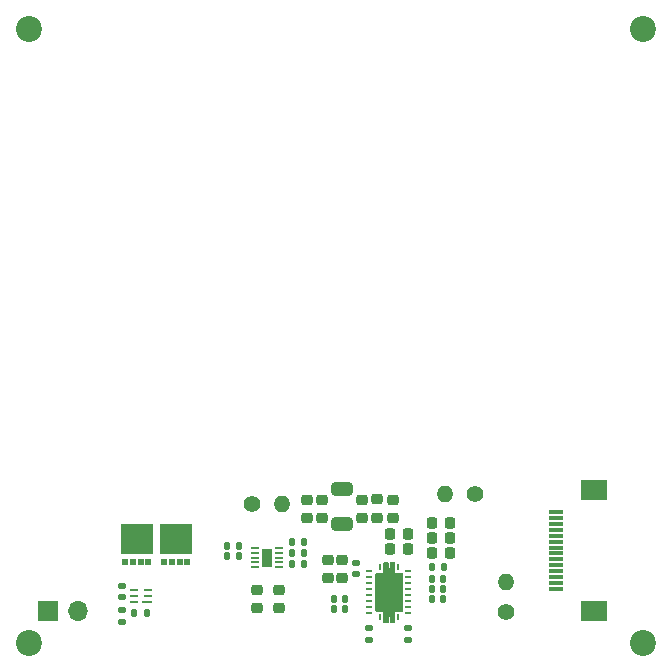
<source format=gbr>
G04 #@! TF.GenerationSoftware,KiCad,Pcbnew,(6.0.0)*
G04 #@! TF.CreationDate,2022-03-25T20:35:40+08:00*
G04 #@! TF.ProjectId,WirelessPower,57697265-6c65-4737-9350-6f7765722e6b,rev?*
G04 #@! TF.SameCoordinates,Original*
G04 #@! TF.FileFunction,Soldermask,Top*
G04 #@! TF.FilePolarity,Negative*
%FSLAX46Y46*%
G04 Gerber Fmt 4.6, Leading zero omitted, Abs format (unit mm)*
G04 Created by KiCad (PCBNEW (6.0.0)) date 2022-03-25 20:35:40*
%MOMM*%
%LPD*%
G01*
G04 APERTURE LIST*
G04 Aperture macros list*
%AMRoundRect*
0 Rectangle with rounded corners*
0 $1 Rounding radius*
0 $2 $3 $4 $5 $6 $7 $8 $9 X,Y pos of 4 corners*
0 Add a 4 corners polygon primitive as box body*
4,1,4,$2,$3,$4,$5,$6,$7,$8,$9,$2,$3,0*
0 Add four circle primitives for the rounded corners*
1,1,$1+$1,$2,$3*
1,1,$1+$1,$4,$5*
1,1,$1+$1,$6,$7*
1,1,$1+$1,$8,$9*
0 Add four rect primitives between the rounded corners*
20,1,$1+$1,$2,$3,$4,$5,0*
20,1,$1+$1,$4,$5,$6,$7,0*
20,1,$1+$1,$6,$7,$8,$9,0*
20,1,$1+$1,$8,$9,$2,$3,0*%
G04 Aperture macros list end*
%ADD10C,0.010000*%
%ADD11R,2.200000X1.800000*%
%ADD12R,1.300000X0.300000*%
%ADD13RoundRect,0.140000X0.170000X-0.140000X0.170000X0.140000X-0.170000X0.140000X-0.170000X-0.140000X0*%
%ADD14RoundRect,0.135000X-0.135000X-0.185000X0.135000X-0.185000X0.135000X0.185000X-0.135000X0.185000X0*%
%ADD15RoundRect,0.135000X0.185000X-0.135000X0.185000X0.135000X-0.185000X0.135000X-0.185000X-0.135000X0*%
%ADD16R,0.850000X0.280000*%
%ADD17R,0.750000X0.280000*%
%ADD18R,0.500000X0.630000*%
%ADD19R,0.760000X0.220000*%
%ADD20R,0.900000X1.500000*%
%ADD21C,2.200000*%
%ADD22R,1.700000X1.700000*%
%ADD23O,1.700000X1.700000*%
%ADD24RoundRect,0.249999X-0.650001X0.325001X-0.650001X-0.325001X0.650001X-0.325001X0.650001X0.325001X0*%
%ADD25RoundRect,0.225000X-0.225000X-0.250000X0.225000X-0.250000X0.225000X0.250000X-0.225000X0.250000X0*%
%ADD26RoundRect,0.140000X-0.140000X-0.170000X0.140000X-0.170000X0.140000X0.170000X-0.140000X0.170000X0*%
%ADD27RoundRect,0.140000X-0.170000X0.140000X-0.170000X-0.140000X0.170000X-0.140000X0.170000X0.140000X0*%
%ADD28RoundRect,0.225000X0.225000X0.250000X-0.225000X0.250000X-0.225000X-0.250000X0.225000X-0.250000X0*%
%ADD29RoundRect,0.225000X0.250000X-0.225000X0.250000X0.225000X-0.250000X0.225000X-0.250000X-0.225000X0*%
%ADD30RoundRect,0.225000X-0.250000X0.225000X-0.250000X-0.225000X0.250000X-0.225000X0.250000X0.225000X0*%
%ADD31C,1.400000*%
%ADD32O,1.400000X1.400000*%
%ADD33RoundRect,0.135000X-0.185000X0.135000X-0.185000X-0.135000X0.185000X-0.135000X0.185000X0.135000X0*%
%ADD34RoundRect,0.135000X0.135000X0.185000X-0.135000X0.185000X-0.135000X-0.185000X0.135000X-0.185000X0*%
%ADD35R,0.240000X0.600000*%
%ADD36R,0.600000X0.240000*%
%ADD37R,0.780000X0.405000*%
%ADD38R,0.210000X0.545000*%
%ADD39R,0.214996X0.550000*%
%ADD40R,2.050000X3.050000*%
%ADD41R,0.210000X0.550000*%
G04 APERTURE END LIST*
D10*
G04 #@! TO.C,U3*
X144715000Y-116189999D02*
X144715000Y-113679999D01*
X144715000Y-113679999D02*
X147365000Y-113679999D01*
X147365000Y-113679999D02*
X147365000Y-116189999D01*
X147365000Y-116189999D02*
X144715000Y-116189999D01*
G36*
X147365000Y-116189999D02*
G01*
X144715000Y-116189999D01*
X144715000Y-113679999D01*
X147365000Y-113679999D01*
X147365000Y-116189999D01*
G37*
X147365000Y-116189999D02*
X144715000Y-116189999D01*
X144715000Y-113679999D01*
X147365000Y-113679999D01*
X147365000Y-116189999D01*
G04 #@! TO.C,U4*
X141405000Y-116190000D02*
X141405000Y-113680000D01*
X141405000Y-113680000D02*
X144055000Y-113680000D01*
X144055000Y-113680000D02*
X144055000Y-116190000D01*
X144055000Y-116190000D02*
X141405000Y-116190000D01*
G36*
X144055000Y-116190000D02*
G01*
X141405000Y-116190000D01*
X141405000Y-113680000D01*
X144055000Y-113680000D01*
X144055000Y-116190000D01*
G37*
X144055000Y-116190000D02*
X141405000Y-116190000D01*
X141405000Y-113680000D01*
X144055000Y-113680000D01*
X144055000Y-116190000D01*
G04 #@! TO.C,U2*
X163593000Y-117853000D02*
X163593000Y-117080000D01*
X163593000Y-117080000D02*
X163593208Y-117072045D01*
X163593208Y-117072045D02*
X163593833Y-117064112D01*
X163593833Y-117064112D02*
X163594871Y-117056222D01*
X163594871Y-117056222D02*
X163596322Y-117048397D01*
X163596322Y-117048397D02*
X163598179Y-117040660D01*
X163598179Y-117040660D02*
X163600439Y-117033029D01*
X163600439Y-117033029D02*
X163603096Y-117025528D01*
X163603096Y-117025528D02*
X163606141Y-117018176D01*
X163606141Y-117018176D02*
X163609567Y-117010993D01*
X163609567Y-117010993D02*
X163613364Y-117004000D01*
X163613364Y-117004000D02*
X163617522Y-116997215D01*
X163617522Y-116997215D02*
X163622029Y-116990657D01*
X163622029Y-116990657D02*
X163626874Y-116984343D01*
X163626874Y-116984343D02*
X163632042Y-116978292D01*
X163632042Y-116978292D02*
X163637520Y-116972520D01*
X163637520Y-116972520D02*
X163643292Y-116967042D01*
X163643292Y-116967042D02*
X163649343Y-116961874D01*
X163649343Y-116961874D02*
X163655657Y-116957029D01*
X163655657Y-116957029D02*
X163662215Y-116952522D01*
X163662215Y-116952522D02*
X163669000Y-116948364D01*
X163669000Y-116948364D02*
X163675993Y-116944567D01*
X163675993Y-116944567D02*
X163683176Y-116941141D01*
X163683176Y-116941141D02*
X163690528Y-116938096D01*
X163690528Y-116938096D02*
X163698029Y-116935439D01*
X163698029Y-116935439D02*
X163705660Y-116933179D01*
X163705660Y-116933179D02*
X163713397Y-116931322D01*
X163713397Y-116931322D02*
X163721222Y-116929871D01*
X163721222Y-116929871D02*
X163729112Y-116928833D01*
X163729112Y-116928833D02*
X163737045Y-116928208D01*
X163737045Y-116928208D02*
X163745000Y-116928000D01*
X163745000Y-116928000D02*
X163845000Y-116928000D01*
X163845000Y-116928000D02*
X163852955Y-116928208D01*
X163852955Y-116928208D02*
X163860888Y-116928833D01*
X163860888Y-116928833D02*
X163868778Y-116929871D01*
X163868778Y-116929871D02*
X163876603Y-116931322D01*
X163876603Y-116931322D02*
X163884340Y-116933179D01*
X163884340Y-116933179D02*
X163891971Y-116935439D01*
X163891971Y-116935439D02*
X163899472Y-116938096D01*
X163899472Y-116938096D02*
X163906824Y-116941141D01*
X163906824Y-116941141D02*
X163914007Y-116944567D01*
X163914007Y-116944567D02*
X163921000Y-116948364D01*
X163921000Y-116948364D02*
X163927785Y-116952522D01*
X163927785Y-116952522D02*
X163934343Y-116957029D01*
X163934343Y-116957029D02*
X163940657Y-116961874D01*
X163940657Y-116961874D02*
X163946708Y-116967042D01*
X163946708Y-116967042D02*
X163952480Y-116972520D01*
X163952480Y-116972520D02*
X163957958Y-116978292D01*
X163957958Y-116978292D02*
X163963126Y-116984343D01*
X163963126Y-116984343D02*
X163967971Y-116990657D01*
X163967971Y-116990657D02*
X163972478Y-116997215D01*
X163972478Y-116997215D02*
X163976636Y-117004000D01*
X163976636Y-117004000D02*
X163980433Y-117010993D01*
X163980433Y-117010993D02*
X163983859Y-117018176D01*
X163983859Y-117018176D02*
X163986904Y-117025528D01*
X163986904Y-117025528D02*
X163989561Y-117033029D01*
X163989561Y-117033029D02*
X163991821Y-117040660D01*
X163991821Y-117040660D02*
X163993678Y-117048397D01*
X163993678Y-117048397D02*
X163995129Y-117056222D01*
X163995129Y-117056222D02*
X163996167Y-117064112D01*
X163996167Y-117064112D02*
X163996792Y-117072045D01*
X163996792Y-117072045D02*
X163997000Y-117080000D01*
X163997000Y-117080000D02*
X163997000Y-117453000D01*
X163997000Y-117453000D02*
X164142000Y-117453000D01*
X164142000Y-117453000D02*
X164143000Y-117453000D01*
X164143000Y-117453000D02*
X164143000Y-117078000D01*
X164143000Y-117078000D02*
X164143206Y-117070150D01*
X164143206Y-117070150D02*
X164143822Y-117062321D01*
X164143822Y-117062321D02*
X164144847Y-117054535D01*
X164144847Y-117054535D02*
X164146278Y-117046813D01*
X164146278Y-117046813D02*
X164148111Y-117039177D01*
X164148111Y-117039177D02*
X164150342Y-117031647D01*
X164150342Y-117031647D02*
X164152963Y-117024245D01*
X164152963Y-117024245D02*
X164155968Y-117016990D01*
X164155968Y-117016990D02*
X164159349Y-117009901D01*
X164159349Y-117009901D02*
X164163096Y-117003000D01*
X164163096Y-117003000D02*
X164167199Y-116996304D01*
X164167199Y-116996304D02*
X164171647Y-116989832D01*
X164171647Y-116989832D02*
X164176428Y-116983602D01*
X164176428Y-116983602D02*
X164181528Y-116977630D01*
X164181528Y-116977630D02*
X164186934Y-116971934D01*
X164186934Y-116971934D02*
X164192630Y-116966528D01*
X164192630Y-116966528D02*
X164198602Y-116961428D01*
X164198602Y-116961428D02*
X164204832Y-116956647D01*
X164204832Y-116956647D02*
X164211304Y-116952199D01*
X164211304Y-116952199D02*
X164218000Y-116948096D01*
X164218000Y-116948096D02*
X164224901Y-116944349D01*
X164224901Y-116944349D02*
X164231990Y-116940968D01*
X164231990Y-116940968D02*
X164239245Y-116937963D01*
X164239245Y-116937963D02*
X164246647Y-116935342D01*
X164246647Y-116935342D02*
X164254177Y-116933111D01*
X164254177Y-116933111D02*
X164261813Y-116931278D01*
X164261813Y-116931278D02*
X164269535Y-116929847D01*
X164269535Y-116929847D02*
X164277321Y-116928822D01*
X164277321Y-116928822D02*
X164285150Y-116928206D01*
X164285150Y-116928206D02*
X164293000Y-116928000D01*
X164293000Y-116928000D02*
X164396000Y-116928000D01*
X164396000Y-116928000D02*
X164403903Y-116928207D01*
X164403903Y-116928207D02*
X164411784Y-116928827D01*
X164411784Y-116928827D02*
X164419622Y-116929859D01*
X164419622Y-116929859D02*
X164427395Y-116931300D01*
X164427395Y-116931300D02*
X164435082Y-116933145D01*
X164435082Y-116933145D02*
X164442662Y-116935390D01*
X164442662Y-116935390D02*
X164450114Y-116938029D01*
X164450114Y-116938029D02*
X164457417Y-116941055D01*
X164457417Y-116941055D02*
X164464553Y-116944458D01*
X164464553Y-116944458D02*
X164471500Y-116948230D01*
X164471500Y-116948230D02*
X164478240Y-116952361D01*
X164478240Y-116952361D02*
X164484756Y-116956838D01*
X164484756Y-116956838D02*
X164491027Y-116961651D01*
X164491027Y-116961651D02*
X164497039Y-116966785D01*
X164497039Y-116966785D02*
X164502773Y-116972227D01*
X164502773Y-116972227D02*
X164508215Y-116977961D01*
X164508215Y-116977961D02*
X164513349Y-116983973D01*
X164513349Y-116983973D02*
X164518162Y-116990244D01*
X164518162Y-116990244D02*
X164522639Y-116996760D01*
X164522639Y-116996760D02*
X164526770Y-117003500D01*
X164526770Y-117003500D02*
X164530542Y-117010447D01*
X164530542Y-117010447D02*
X164533945Y-117017583D01*
X164533945Y-117017583D02*
X164536971Y-117024886D01*
X164536971Y-117024886D02*
X164539610Y-117032338D01*
X164539610Y-117032338D02*
X164541855Y-117039918D01*
X164541855Y-117039918D02*
X164543700Y-117047605D01*
X164543700Y-117047605D02*
X164545141Y-117055378D01*
X164545141Y-117055378D02*
X164546173Y-117063216D01*
X164546173Y-117063216D02*
X164546793Y-117071097D01*
X164546793Y-117071097D02*
X164547000Y-117079000D01*
X164547000Y-117079000D02*
X164547000Y-117853000D01*
X164547000Y-117853000D02*
X165045000Y-117853000D01*
X165045000Y-117853000D02*
X165052955Y-117853208D01*
X165052955Y-117853208D02*
X165060888Y-117853833D01*
X165060888Y-117853833D02*
X165068778Y-117854871D01*
X165068778Y-117854871D02*
X165076603Y-117856322D01*
X165076603Y-117856322D02*
X165084340Y-117858179D01*
X165084340Y-117858179D02*
X165091971Y-117860439D01*
X165091971Y-117860439D02*
X165099472Y-117863096D01*
X165099472Y-117863096D02*
X165106824Y-117866141D01*
X165106824Y-117866141D02*
X165114007Y-117869567D01*
X165114007Y-117869567D02*
X165121000Y-117873364D01*
X165121000Y-117873364D02*
X165127785Y-117877522D01*
X165127785Y-117877522D02*
X165134343Y-117882029D01*
X165134343Y-117882029D02*
X165140657Y-117886874D01*
X165140657Y-117886874D02*
X165146708Y-117892042D01*
X165146708Y-117892042D02*
X165152480Y-117897520D01*
X165152480Y-117897520D02*
X165157958Y-117903292D01*
X165157958Y-117903292D02*
X165163126Y-117909343D01*
X165163126Y-117909343D02*
X165167971Y-117915657D01*
X165167971Y-117915657D02*
X165172478Y-117922215D01*
X165172478Y-117922215D02*
X165176636Y-117929000D01*
X165176636Y-117929000D02*
X165180433Y-117935993D01*
X165180433Y-117935993D02*
X165183859Y-117943176D01*
X165183859Y-117943176D02*
X165186904Y-117950528D01*
X165186904Y-117950528D02*
X165189561Y-117958029D01*
X165189561Y-117958029D02*
X165191821Y-117965660D01*
X165191821Y-117965660D02*
X165193678Y-117973397D01*
X165193678Y-117973397D02*
X165195129Y-117981222D01*
X165195129Y-117981222D02*
X165196167Y-117989112D01*
X165196167Y-117989112D02*
X165196792Y-117997045D01*
X165196792Y-117997045D02*
X165197000Y-118005000D01*
X165197000Y-118005000D02*
X165197000Y-120956000D01*
X165197000Y-120956000D02*
X165196794Y-120963850D01*
X165196794Y-120963850D02*
X165196178Y-120971679D01*
X165196178Y-120971679D02*
X165195153Y-120979465D01*
X165195153Y-120979465D02*
X165193722Y-120987187D01*
X165193722Y-120987187D02*
X165191889Y-120994823D01*
X165191889Y-120994823D02*
X165189658Y-121002353D01*
X165189658Y-121002353D02*
X165187037Y-121009755D01*
X165187037Y-121009755D02*
X165184032Y-121017010D01*
X165184032Y-121017010D02*
X165180651Y-121024099D01*
X165180651Y-121024099D02*
X165176904Y-121031000D01*
X165176904Y-121031000D02*
X165172801Y-121037696D01*
X165172801Y-121037696D02*
X165168353Y-121044168D01*
X165168353Y-121044168D02*
X165163572Y-121050398D01*
X165163572Y-121050398D02*
X165158472Y-121056370D01*
X165158472Y-121056370D02*
X165153066Y-121062066D01*
X165153066Y-121062066D02*
X165147370Y-121067472D01*
X165147370Y-121067472D02*
X165141398Y-121072572D01*
X165141398Y-121072572D02*
X165135168Y-121077353D01*
X165135168Y-121077353D02*
X165128696Y-121081801D01*
X165128696Y-121081801D02*
X165122000Y-121085904D01*
X165122000Y-121085904D02*
X165115099Y-121089651D01*
X165115099Y-121089651D02*
X165108010Y-121093032D01*
X165108010Y-121093032D02*
X165100755Y-121096037D01*
X165100755Y-121096037D02*
X165093353Y-121098658D01*
X165093353Y-121098658D02*
X165085823Y-121100889D01*
X165085823Y-121100889D02*
X165078187Y-121102722D01*
X165078187Y-121102722D02*
X165070465Y-121104153D01*
X165070465Y-121104153D02*
X165062679Y-121105178D01*
X165062679Y-121105178D02*
X165054850Y-121105794D01*
X165054850Y-121105794D02*
X165047000Y-121106000D01*
X165047000Y-121106000D02*
X164548000Y-121106000D01*
X164548000Y-121106000D02*
X164547948Y-121106001D01*
X164547948Y-121106001D02*
X164547895Y-121106005D01*
X164547895Y-121106005D02*
X164547844Y-121106012D01*
X164547844Y-121106012D02*
X164547792Y-121106022D01*
X164547792Y-121106022D02*
X164547741Y-121106034D01*
X164547741Y-121106034D02*
X164547691Y-121106049D01*
X164547691Y-121106049D02*
X164547642Y-121106066D01*
X164547642Y-121106066D02*
X164547593Y-121106086D01*
X164547593Y-121106086D02*
X164547546Y-121106109D01*
X164547546Y-121106109D02*
X164547500Y-121106134D01*
X164547500Y-121106134D02*
X164547455Y-121106161D01*
X164547455Y-121106161D02*
X164547412Y-121106191D01*
X164547412Y-121106191D02*
X164547371Y-121106223D01*
X164547371Y-121106223D02*
X164547331Y-121106257D01*
X164547331Y-121106257D02*
X164547293Y-121106293D01*
X164547293Y-121106293D02*
X164547257Y-121106331D01*
X164547257Y-121106331D02*
X164547223Y-121106371D01*
X164547223Y-121106371D02*
X164547191Y-121106412D01*
X164547191Y-121106412D02*
X164547161Y-121106455D01*
X164547161Y-121106455D02*
X164547134Y-121106500D01*
X164547134Y-121106500D02*
X164547109Y-121106546D01*
X164547109Y-121106546D02*
X164547086Y-121106593D01*
X164547086Y-121106593D02*
X164547066Y-121106642D01*
X164547066Y-121106642D02*
X164547049Y-121106691D01*
X164547049Y-121106691D02*
X164547034Y-121106741D01*
X164547034Y-121106741D02*
X164547022Y-121106792D01*
X164547022Y-121106792D02*
X164547012Y-121106844D01*
X164547012Y-121106844D02*
X164547005Y-121106895D01*
X164547005Y-121106895D02*
X164547001Y-121106948D01*
X164547001Y-121106948D02*
X164547000Y-121107000D01*
X164547000Y-121107000D02*
X164547000Y-121881000D01*
X164547000Y-121881000D02*
X164546794Y-121888850D01*
X164546794Y-121888850D02*
X164546178Y-121896679D01*
X164546178Y-121896679D02*
X164545153Y-121904465D01*
X164545153Y-121904465D02*
X164543722Y-121912187D01*
X164543722Y-121912187D02*
X164541889Y-121919823D01*
X164541889Y-121919823D02*
X164539658Y-121927353D01*
X164539658Y-121927353D02*
X164537037Y-121934755D01*
X164537037Y-121934755D02*
X164534032Y-121942010D01*
X164534032Y-121942010D02*
X164530651Y-121949099D01*
X164530651Y-121949099D02*
X164526904Y-121956000D01*
X164526904Y-121956000D02*
X164522801Y-121962696D01*
X164522801Y-121962696D02*
X164518353Y-121969168D01*
X164518353Y-121969168D02*
X164513572Y-121975398D01*
X164513572Y-121975398D02*
X164508472Y-121981370D01*
X164508472Y-121981370D02*
X164503066Y-121987066D01*
X164503066Y-121987066D02*
X164497370Y-121992472D01*
X164497370Y-121992472D02*
X164491398Y-121997572D01*
X164491398Y-121997572D02*
X164485168Y-122002353D01*
X164485168Y-122002353D02*
X164478696Y-122006801D01*
X164478696Y-122006801D02*
X164472000Y-122010904D01*
X164472000Y-122010904D02*
X164465099Y-122014651D01*
X164465099Y-122014651D02*
X164458010Y-122018032D01*
X164458010Y-122018032D02*
X164450755Y-122021037D01*
X164450755Y-122021037D02*
X164443353Y-122023658D01*
X164443353Y-122023658D02*
X164435823Y-122025889D01*
X164435823Y-122025889D02*
X164428187Y-122027722D01*
X164428187Y-122027722D02*
X164420465Y-122029153D01*
X164420465Y-122029153D02*
X164412679Y-122030178D01*
X164412679Y-122030178D02*
X164404850Y-122030794D01*
X164404850Y-122030794D02*
X164397000Y-122031000D01*
X164397000Y-122031000D02*
X164292000Y-122031000D01*
X164292000Y-122031000D02*
X164284202Y-122030796D01*
X164284202Y-122030796D02*
X164276425Y-122030184D01*
X164276425Y-122030184D02*
X164268691Y-122029166D01*
X164268691Y-122029166D02*
X164261021Y-122027744D01*
X164261021Y-122027744D02*
X164253436Y-122025923D01*
X164253436Y-122025923D02*
X164245956Y-122023707D01*
X164245956Y-122023707D02*
X164238603Y-122021103D01*
X164238603Y-122021103D02*
X164231396Y-122018118D01*
X164231396Y-122018118D02*
X164224355Y-122014760D01*
X164224355Y-122014760D02*
X164217500Y-122011038D01*
X164217500Y-122011038D02*
X164210849Y-122006962D01*
X164210849Y-122006962D02*
X164204420Y-122002544D01*
X164204420Y-122002544D02*
X164198231Y-121997795D01*
X164198231Y-121997795D02*
X164192300Y-121992729D01*
X164192300Y-121992729D02*
X164186641Y-121987359D01*
X164186641Y-121987359D02*
X164181271Y-121981700D01*
X164181271Y-121981700D02*
X164176205Y-121975769D01*
X164176205Y-121975769D02*
X164171456Y-121969580D01*
X164171456Y-121969580D02*
X164167038Y-121963151D01*
X164167038Y-121963151D02*
X164162962Y-121956500D01*
X164162962Y-121956500D02*
X164159240Y-121949645D01*
X164159240Y-121949645D02*
X164155882Y-121942604D01*
X164155882Y-121942604D02*
X164152897Y-121935397D01*
X164152897Y-121935397D02*
X164150293Y-121928044D01*
X164150293Y-121928044D02*
X164148077Y-121920564D01*
X164148077Y-121920564D02*
X164146256Y-121912979D01*
X164146256Y-121912979D02*
X164144834Y-121905309D01*
X164144834Y-121905309D02*
X164143816Y-121897575D01*
X164143816Y-121897575D02*
X164143204Y-121889798D01*
X164143204Y-121889798D02*
X164143000Y-121882000D01*
X164143000Y-121882000D02*
X164143000Y-121507000D01*
X164143000Y-121507000D02*
X163998000Y-121507000D01*
X163998000Y-121507000D02*
X163997948Y-121507001D01*
X163997948Y-121507001D02*
X163997895Y-121507005D01*
X163997895Y-121507005D02*
X163997844Y-121507012D01*
X163997844Y-121507012D02*
X163997792Y-121507022D01*
X163997792Y-121507022D02*
X163997741Y-121507034D01*
X163997741Y-121507034D02*
X163997691Y-121507049D01*
X163997691Y-121507049D02*
X163997642Y-121507066D01*
X163997642Y-121507066D02*
X163997593Y-121507086D01*
X163997593Y-121507086D02*
X163997546Y-121507109D01*
X163997546Y-121507109D02*
X163997500Y-121507134D01*
X163997500Y-121507134D02*
X163997455Y-121507161D01*
X163997455Y-121507161D02*
X163997412Y-121507191D01*
X163997412Y-121507191D02*
X163997371Y-121507223D01*
X163997371Y-121507223D02*
X163997331Y-121507257D01*
X163997331Y-121507257D02*
X163997293Y-121507293D01*
X163997293Y-121507293D02*
X163997257Y-121507331D01*
X163997257Y-121507331D02*
X163997223Y-121507371D01*
X163997223Y-121507371D02*
X163997191Y-121507412D01*
X163997191Y-121507412D02*
X163997161Y-121507455D01*
X163997161Y-121507455D02*
X163997134Y-121507500D01*
X163997134Y-121507500D02*
X163997109Y-121507546D01*
X163997109Y-121507546D02*
X163997086Y-121507593D01*
X163997086Y-121507593D02*
X163997066Y-121507642D01*
X163997066Y-121507642D02*
X163997049Y-121507691D01*
X163997049Y-121507691D02*
X163997034Y-121507741D01*
X163997034Y-121507741D02*
X163997022Y-121507792D01*
X163997022Y-121507792D02*
X163997012Y-121507844D01*
X163997012Y-121507844D02*
X163997005Y-121507895D01*
X163997005Y-121507895D02*
X163997001Y-121507948D01*
X163997001Y-121507948D02*
X163997000Y-121508000D01*
X163997000Y-121508000D02*
X163997000Y-121881000D01*
X163997000Y-121881000D02*
X163996794Y-121888850D01*
X163996794Y-121888850D02*
X163996178Y-121896679D01*
X163996178Y-121896679D02*
X163995153Y-121904465D01*
X163995153Y-121904465D02*
X163993722Y-121912187D01*
X163993722Y-121912187D02*
X163991889Y-121919823D01*
X163991889Y-121919823D02*
X163989658Y-121927353D01*
X163989658Y-121927353D02*
X163987037Y-121934755D01*
X163987037Y-121934755D02*
X163984032Y-121942010D01*
X163984032Y-121942010D02*
X163980651Y-121949099D01*
X163980651Y-121949099D02*
X163976904Y-121956000D01*
X163976904Y-121956000D02*
X163972801Y-121962696D01*
X163972801Y-121962696D02*
X163968353Y-121969168D01*
X163968353Y-121969168D02*
X163963572Y-121975398D01*
X163963572Y-121975398D02*
X163958472Y-121981370D01*
X163958472Y-121981370D02*
X163953066Y-121987066D01*
X163953066Y-121987066D02*
X163947370Y-121992472D01*
X163947370Y-121992472D02*
X163941398Y-121997572D01*
X163941398Y-121997572D02*
X163935168Y-122002353D01*
X163935168Y-122002353D02*
X163928696Y-122006801D01*
X163928696Y-122006801D02*
X163922000Y-122010904D01*
X163922000Y-122010904D02*
X163915099Y-122014651D01*
X163915099Y-122014651D02*
X163908010Y-122018032D01*
X163908010Y-122018032D02*
X163900755Y-122021037D01*
X163900755Y-122021037D02*
X163893353Y-122023658D01*
X163893353Y-122023658D02*
X163885823Y-122025889D01*
X163885823Y-122025889D02*
X163878187Y-122027722D01*
X163878187Y-122027722D02*
X163870465Y-122029153D01*
X163870465Y-122029153D02*
X163862679Y-122030178D01*
X163862679Y-122030178D02*
X163854850Y-122030794D01*
X163854850Y-122030794D02*
X163847000Y-122031000D01*
X163847000Y-122031000D02*
X163741000Y-122031000D01*
X163741000Y-122031000D02*
X163733254Y-122030797D01*
X163733254Y-122030797D02*
X163725530Y-122030189D01*
X163725530Y-122030189D02*
X163717848Y-122029178D01*
X163717848Y-122029178D02*
X163710229Y-122027766D01*
X163710229Y-122027766D02*
X163702695Y-122025957D01*
X163702695Y-122025957D02*
X163695265Y-122023756D01*
X163695265Y-122023756D02*
X163687962Y-122021170D01*
X163687962Y-122021170D02*
X163680803Y-122018205D01*
X163680803Y-122018205D02*
X163673809Y-122014869D01*
X163673809Y-122014869D02*
X163667000Y-122011172D01*
X163667000Y-122011172D02*
X163660393Y-122007123D01*
X163660393Y-122007123D02*
X163654008Y-122002735D01*
X163654008Y-122002735D02*
X163647861Y-121998018D01*
X163647861Y-121998018D02*
X163641969Y-121992985D01*
X163641969Y-121992985D02*
X163636348Y-121987652D01*
X163636348Y-121987652D02*
X163631015Y-121982031D01*
X163631015Y-121982031D02*
X163625982Y-121976139D01*
X163625982Y-121976139D02*
X163621265Y-121969992D01*
X163621265Y-121969992D02*
X163616877Y-121963607D01*
X163616877Y-121963607D02*
X163612828Y-121957000D01*
X163612828Y-121957000D02*
X163609131Y-121950191D01*
X163609131Y-121950191D02*
X163605795Y-121943197D01*
X163605795Y-121943197D02*
X163602830Y-121936038D01*
X163602830Y-121936038D02*
X163600244Y-121928735D01*
X163600244Y-121928735D02*
X163598043Y-121921305D01*
X163598043Y-121921305D02*
X163596234Y-121913771D01*
X163596234Y-121913771D02*
X163594822Y-121906152D01*
X163594822Y-121906152D02*
X163593811Y-121898470D01*
X163593811Y-121898470D02*
X163593203Y-121890746D01*
X163593203Y-121890746D02*
X163593000Y-121883000D01*
X163593000Y-121883000D02*
X163593000Y-121107000D01*
X163593000Y-121107000D02*
X163095000Y-121107000D01*
X163095000Y-121107000D02*
X163087045Y-121106792D01*
X163087045Y-121106792D02*
X163079112Y-121106167D01*
X163079112Y-121106167D02*
X163071222Y-121105129D01*
X163071222Y-121105129D02*
X163063397Y-121103678D01*
X163063397Y-121103678D02*
X163055660Y-121101821D01*
X163055660Y-121101821D02*
X163048029Y-121099561D01*
X163048029Y-121099561D02*
X163040528Y-121096904D01*
X163040528Y-121096904D02*
X163033176Y-121093859D01*
X163033176Y-121093859D02*
X163025993Y-121090433D01*
X163025993Y-121090433D02*
X163019000Y-121086636D01*
X163019000Y-121086636D02*
X163012215Y-121082478D01*
X163012215Y-121082478D02*
X163005657Y-121077971D01*
X163005657Y-121077971D02*
X162999343Y-121073126D01*
X162999343Y-121073126D02*
X162993292Y-121067958D01*
X162993292Y-121067958D02*
X162987520Y-121062480D01*
X162987520Y-121062480D02*
X162982042Y-121056708D01*
X162982042Y-121056708D02*
X162976874Y-121050657D01*
X162976874Y-121050657D02*
X162972029Y-121044343D01*
X162972029Y-121044343D02*
X162967522Y-121037785D01*
X162967522Y-121037785D02*
X162963364Y-121031000D01*
X162963364Y-121031000D02*
X162959567Y-121024007D01*
X162959567Y-121024007D02*
X162956141Y-121016824D01*
X162956141Y-121016824D02*
X162953096Y-121009472D01*
X162953096Y-121009472D02*
X162950439Y-121001971D01*
X162950439Y-121001971D02*
X162948179Y-120994340D01*
X162948179Y-120994340D02*
X162946322Y-120986603D01*
X162946322Y-120986603D02*
X162944871Y-120978778D01*
X162944871Y-120978778D02*
X162943833Y-120970888D01*
X162943833Y-120970888D02*
X162943208Y-120962955D01*
X162943208Y-120962955D02*
X162943000Y-120955000D01*
X162943000Y-120955000D02*
X162943000Y-118006000D01*
X162943000Y-118006000D02*
X162943208Y-117998045D01*
X162943208Y-117998045D02*
X162943833Y-117990112D01*
X162943833Y-117990112D02*
X162944871Y-117982222D01*
X162944871Y-117982222D02*
X162946322Y-117974397D01*
X162946322Y-117974397D02*
X162948179Y-117966660D01*
X162948179Y-117966660D02*
X162950439Y-117959029D01*
X162950439Y-117959029D02*
X162953096Y-117951528D01*
X162953096Y-117951528D02*
X162956141Y-117944176D01*
X162956141Y-117944176D02*
X162959567Y-117936993D01*
X162959567Y-117936993D02*
X162963364Y-117930000D01*
X162963364Y-117930000D02*
X162967522Y-117923215D01*
X162967522Y-117923215D02*
X162972029Y-117916657D01*
X162972029Y-117916657D02*
X162976874Y-117910343D01*
X162976874Y-117910343D02*
X162982042Y-117904292D01*
X162982042Y-117904292D02*
X162987520Y-117898520D01*
X162987520Y-117898520D02*
X162993292Y-117893042D01*
X162993292Y-117893042D02*
X162999343Y-117887874D01*
X162999343Y-117887874D02*
X163005657Y-117883029D01*
X163005657Y-117883029D02*
X163012215Y-117878522D01*
X163012215Y-117878522D02*
X163019000Y-117874364D01*
X163019000Y-117874364D02*
X163025993Y-117870567D01*
X163025993Y-117870567D02*
X163033176Y-117867141D01*
X163033176Y-117867141D02*
X163040528Y-117864096D01*
X163040528Y-117864096D02*
X163048029Y-117861439D01*
X163048029Y-117861439D02*
X163055660Y-117859179D01*
X163055660Y-117859179D02*
X163063397Y-117857322D01*
X163063397Y-117857322D02*
X163071222Y-117855871D01*
X163071222Y-117855871D02*
X163079112Y-117854833D01*
X163079112Y-117854833D02*
X163087045Y-117854208D01*
X163087045Y-117854208D02*
X163095000Y-117854000D01*
X163095000Y-117854000D02*
X163592000Y-117854000D01*
X163592000Y-117854000D02*
X163592052Y-117853999D01*
X163592052Y-117853999D02*
X163592105Y-117853995D01*
X163592105Y-117853995D02*
X163592156Y-117853988D01*
X163592156Y-117853988D02*
X163592208Y-117853978D01*
X163592208Y-117853978D02*
X163592259Y-117853966D01*
X163592259Y-117853966D02*
X163592309Y-117853951D01*
X163592309Y-117853951D02*
X163592358Y-117853934D01*
X163592358Y-117853934D02*
X163592407Y-117853914D01*
X163592407Y-117853914D02*
X163592454Y-117853891D01*
X163592454Y-117853891D02*
X163592500Y-117853866D01*
X163592500Y-117853866D02*
X163592545Y-117853839D01*
X163592545Y-117853839D02*
X163592588Y-117853809D01*
X163592588Y-117853809D02*
X163592629Y-117853777D01*
X163592629Y-117853777D02*
X163592669Y-117853743D01*
X163592669Y-117853743D02*
X163592707Y-117853707D01*
X163592707Y-117853707D02*
X163592743Y-117853669D01*
X163592743Y-117853669D02*
X163592777Y-117853629D01*
X163592777Y-117853629D02*
X163592809Y-117853588D01*
X163592809Y-117853588D02*
X163592839Y-117853545D01*
X163592839Y-117853545D02*
X163592866Y-117853500D01*
X163592866Y-117853500D02*
X163592891Y-117853454D01*
X163592891Y-117853454D02*
X163592914Y-117853407D01*
X163592914Y-117853407D02*
X163592934Y-117853358D01*
X163592934Y-117853358D02*
X163592951Y-117853309D01*
X163592951Y-117853309D02*
X163592966Y-117853259D01*
X163592966Y-117853259D02*
X163592978Y-117853208D01*
X163592978Y-117853208D02*
X163592988Y-117853156D01*
X163592988Y-117853156D02*
X163592995Y-117853105D01*
X163592995Y-117853105D02*
X163592999Y-117853052D01*
X163592999Y-117853052D02*
X163593000Y-117853000D01*
X163593000Y-117853000D02*
X163593000Y-117853000D01*
G36*
X163852955Y-116928208D02*
G01*
X163860888Y-116928833D01*
X163868778Y-116929871D01*
X163876603Y-116931322D01*
X163884340Y-116933179D01*
X163891971Y-116935439D01*
X163899472Y-116938096D01*
X163906824Y-116941141D01*
X163914007Y-116944567D01*
X163921000Y-116948364D01*
X163927785Y-116952522D01*
X163934343Y-116957029D01*
X163940657Y-116961874D01*
X163946708Y-116967042D01*
X163952480Y-116972520D01*
X163957958Y-116978292D01*
X163963126Y-116984343D01*
X163967971Y-116990657D01*
X163972478Y-116997215D01*
X163976636Y-117004000D01*
X163980433Y-117010993D01*
X163983859Y-117018176D01*
X163986904Y-117025528D01*
X163989561Y-117033029D01*
X163991821Y-117040660D01*
X163993678Y-117048397D01*
X163995129Y-117056222D01*
X163996167Y-117064112D01*
X163996792Y-117072045D01*
X163997000Y-117080000D01*
X163997000Y-117453000D01*
X164143000Y-117453000D01*
X164143000Y-117078000D01*
X164143206Y-117070150D01*
X164143822Y-117062321D01*
X164144847Y-117054535D01*
X164146278Y-117046813D01*
X164148111Y-117039177D01*
X164150342Y-117031647D01*
X164152963Y-117024245D01*
X164155968Y-117016990D01*
X164159349Y-117009901D01*
X164163096Y-117003000D01*
X164167199Y-116996304D01*
X164171647Y-116989832D01*
X164176428Y-116983602D01*
X164181528Y-116977630D01*
X164186934Y-116971934D01*
X164192630Y-116966528D01*
X164198602Y-116961428D01*
X164204832Y-116956647D01*
X164211304Y-116952199D01*
X164218000Y-116948096D01*
X164224901Y-116944349D01*
X164231990Y-116940968D01*
X164239245Y-116937963D01*
X164246647Y-116935342D01*
X164254177Y-116933111D01*
X164261813Y-116931278D01*
X164269535Y-116929847D01*
X164277321Y-116928822D01*
X164285150Y-116928206D01*
X164293000Y-116928000D01*
X164396000Y-116928000D01*
X164403903Y-116928207D01*
X164411784Y-116928827D01*
X164419622Y-116929859D01*
X164427395Y-116931300D01*
X164435082Y-116933145D01*
X164442662Y-116935390D01*
X164450114Y-116938029D01*
X164457417Y-116941055D01*
X164464553Y-116944458D01*
X164471500Y-116948230D01*
X164478240Y-116952361D01*
X164484756Y-116956838D01*
X164491027Y-116961651D01*
X164497039Y-116966785D01*
X164502773Y-116972227D01*
X164508215Y-116977961D01*
X164513349Y-116983973D01*
X164518162Y-116990244D01*
X164522639Y-116996760D01*
X164526770Y-117003500D01*
X164530542Y-117010447D01*
X164533945Y-117017583D01*
X164536971Y-117024886D01*
X164539610Y-117032338D01*
X164541855Y-117039918D01*
X164543700Y-117047605D01*
X164545141Y-117055378D01*
X164546173Y-117063216D01*
X164546793Y-117071097D01*
X164547000Y-117079000D01*
X164547000Y-117853000D01*
X165045000Y-117853000D01*
X165052955Y-117853208D01*
X165060888Y-117853833D01*
X165068778Y-117854871D01*
X165076603Y-117856322D01*
X165084340Y-117858179D01*
X165091971Y-117860439D01*
X165099472Y-117863096D01*
X165106824Y-117866141D01*
X165114007Y-117869567D01*
X165121000Y-117873364D01*
X165127785Y-117877522D01*
X165134343Y-117882029D01*
X165140657Y-117886874D01*
X165146708Y-117892042D01*
X165152480Y-117897520D01*
X165157958Y-117903292D01*
X165163126Y-117909343D01*
X165167971Y-117915657D01*
X165172478Y-117922215D01*
X165176636Y-117929000D01*
X165180433Y-117935993D01*
X165183859Y-117943176D01*
X165186904Y-117950528D01*
X165189561Y-117958029D01*
X165191821Y-117965660D01*
X165193678Y-117973397D01*
X165195129Y-117981222D01*
X165196167Y-117989112D01*
X165196792Y-117997045D01*
X165197000Y-118005000D01*
X165197000Y-120956000D01*
X165196794Y-120963850D01*
X165196178Y-120971679D01*
X165195153Y-120979465D01*
X165193722Y-120987187D01*
X165191889Y-120994823D01*
X165189658Y-121002353D01*
X165187037Y-121009755D01*
X165184032Y-121017010D01*
X165180651Y-121024099D01*
X165176904Y-121031000D01*
X165172801Y-121037696D01*
X165168353Y-121044168D01*
X165163572Y-121050398D01*
X165158472Y-121056370D01*
X165153066Y-121062066D01*
X165147370Y-121067472D01*
X165141398Y-121072572D01*
X165135168Y-121077353D01*
X165128696Y-121081801D01*
X165122000Y-121085904D01*
X165115099Y-121089651D01*
X165108010Y-121093032D01*
X165100755Y-121096037D01*
X165093353Y-121098658D01*
X165085823Y-121100889D01*
X165078187Y-121102722D01*
X165070465Y-121104153D01*
X165062679Y-121105178D01*
X165054850Y-121105794D01*
X165047000Y-121106000D01*
X164548000Y-121106000D01*
X164547948Y-121106001D01*
X164547895Y-121106005D01*
X164547844Y-121106012D01*
X164547792Y-121106022D01*
X164547741Y-121106034D01*
X164547691Y-121106049D01*
X164547642Y-121106066D01*
X164547593Y-121106086D01*
X164547546Y-121106109D01*
X164547500Y-121106134D01*
X164547455Y-121106161D01*
X164547412Y-121106191D01*
X164547371Y-121106223D01*
X164547331Y-121106257D01*
X164547293Y-121106293D01*
X164547257Y-121106331D01*
X164547223Y-121106371D01*
X164547191Y-121106412D01*
X164547161Y-121106455D01*
X164547134Y-121106500D01*
X164547109Y-121106546D01*
X164547086Y-121106593D01*
X164547066Y-121106642D01*
X164547049Y-121106691D01*
X164547034Y-121106741D01*
X164547022Y-121106792D01*
X164547012Y-121106844D01*
X164547005Y-121106895D01*
X164547001Y-121106948D01*
X164547000Y-121107000D01*
X164547000Y-121881000D01*
X164546794Y-121888850D01*
X164546178Y-121896679D01*
X164545153Y-121904465D01*
X164543722Y-121912187D01*
X164541889Y-121919823D01*
X164539658Y-121927353D01*
X164537037Y-121934755D01*
X164534032Y-121942010D01*
X164530651Y-121949099D01*
X164526904Y-121956000D01*
X164522801Y-121962696D01*
X164518353Y-121969168D01*
X164513572Y-121975398D01*
X164508472Y-121981370D01*
X164503066Y-121987066D01*
X164497370Y-121992472D01*
X164491398Y-121997572D01*
X164485168Y-122002353D01*
X164478696Y-122006801D01*
X164472000Y-122010904D01*
X164465099Y-122014651D01*
X164458010Y-122018032D01*
X164450755Y-122021037D01*
X164443353Y-122023658D01*
X164435823Y-122025889D01*
X164428187Y-122027722D01*
X164420465Y-122029153D01*
X164412679Y-122030178D01*
X164404850Y-122030794D01*
X164397000Y-122031000D01*
X164292000Y-122031000D01*
X164284202Y-122030796D01*
X164276425Y-122030184D01*
X164268691Y-122029166D01*
X164261021Y-122027744D01*
X164253436Y-122025923D01*
X164245956Y-122023707D01*
X164238603Y-122021103D01*
X164231396Y-122018118D01*
X164224355Y-122014760D01*
X164217500Y-122011038D01*
X164210849Y-122006962D01*
X164204420Y-122002544D01*
X164198231Y-121997795D01*
X164192300Y-121992729D01*
X164186641Y-121987359D01*
X164181271Y-121981700D01*
X164176205Y-121975769D01*
X164171456Y-121969580D01*
X164167038Y-121963151D01*
X164162962Y-121956500D01*
X164159240Y-121949645D01*
X164155882Y-121942604D01*
X164152897Y-121935397D01*
X164150293Y-121928044D01*
X164148077Y-121920564D01*
X164146256Y-121912979D01*
X164144834Y-121905309D01*
X164143816Y-121897575D01*
X164143204Y-121889798D01*
X164143000Y-121882000D01*
X164143000Y-121507000D01*
X163998000Y-121507000D01*
X163997948Y-121507001D01*
X163997895Y-121507005D01*
X163997844Y-121507012D01*
X163997792Y-121507022D01*
X163997741Y-121507034D01*
X163997691Y-121507049D01*
X163997642Y-121507066D01*
X163997593Y-121507086D01*
X163997546Y-121507109D01*
X163997500Y-121507134D01*
X163997455Y-121507161D01*
X163997412Y-121507191D01*
X163997371Y-121507223D01*
X163997331Y-121507257D01*
X163997293Y-121507293D01*
X163997257Y-121507331D01*
X163997223Y-121507371D01*
X163997191Y-121507412D01*
X163997161Y-121507455D01*
X163997134Y-121507500D01*
X163997109Y-121507546D01*
X163997086Y-121507593D01*
X163997066Y-121507642D01*
X163997049Y-121507691D01*
X163997034Y-121507741D01*
X163997022Y-121507792D01*
X163997012Y-121507844D01*
X163997005Y-121507895D01*
X163997001Y-121507948D01*
X163997000Y-121508000D01*
X163997000Y-121881000D01*
X163996794Y-121888850D01*
X163996178Y-121896679D01*
X163995153Y-121904465D01*
X163993722Y-121912187D01*
X163991889Y-121919823D01*
X163989658Y-121927353D01*
X163987037Y-121934755D01*
X163984032Y-121942010D01*
X163980651Y-121949099D01*
X163976904Y-121956000D01*
X163972801Y-121962696D01*
X163968353Y-121969168D01*
X163963572Y-121975398D01*
X163958472Y-121981370D01*
X163953066Y-121987066D01*
X163947370Y-121992472D01*
X163941398Y-121997572D01*
X163935168Y-122002353D01*
X163928696Y-122006801D01*
X163922000Y-122010904D01*
X163915099Y-122014651D01*
X163908010Y-122018032D01*
X163900755Y-122021037D01*
X163893353Y-122023658D01*
X163885823Y-122025889D01*
X163878187Y-122027722D01*
X163870465Y-122029153D01*
X163862679Y-122030178D01*
X163854850Y-122030794D01*
X163847000Y-122031000D01*
X163741000Y-122031000D01*
X163733254Y-122030797D01*
X163725530Y-122030189D01*
X163717848Y-122029178D01*
X163710229Y-122027766D01*
X163702695Y-122025957D01*
X163695265Y-122023756D01*
X163687962Y-122021170D01*
X163680803Y-122018205D01*
X163673809Y-122014869D01*
X163667000Y-122011172D01*
X163660393Y-122007123D01*
X163654008Y-122002735D01*
X163647861Y-121998018D01*
X163641969Y-121992985D01*
X163636348Y-121987652D01*
X163631015Y-121982031D01*
X163625982Y-121976139D01*
X163621265Y-121969992D01*
X163616877Y-121963607D01*
X163612828Y-121957000D01*
X163609131Y-121950191D01*
X163605795Y-121943197D01*
X163602830Y-121936038D01*
X163600244Y-121928735D01*
X163598043Y-121921305D01*
X163596234Y-121913771D01*
X163594822Y-121906152D01*
X163593811Y-121898470D01*
X163593203Y-121890746D01*
X163593000Y-121883000D01*
X163593000Y-121107000D01*
X163095000Y-121107000D01*
X163087045Y-121106792D01*
X163079112Y-121106167D01*
X163071222Y-121105129D01*
X163063397Y-121103678D01*
X163055660Y-121101821D01*
X163048029Y-121099561D01*
X163040528Y-121096904D01*
X163033176Y-121093859D01*
X163025993Y-121090433D01*
X163019000Y-121086636D01*
X163012215Y-121082478D01*
X163005657Y-121077971D01*
X162999343Y-121073126D01*
X162993292Y-121067958D01*
X162987520Y-121062480D01*
X162982042Y-121056708D01*
X162976874Y-121050657D01*
X162972029Y-121044343D01*
X162967522Y-121037785D01*
X162963364Y-121031000D01*
X162959567Y-121024007D01*
X162956141Y-121016824D01*
X162953096Y-121009472D01*
X162950439Y-121001971D01*
X162948179Y-120994340D01*
X162946322Y-120986603D01*
X162944871Y-120978778D01*
X162943833Y-120970888D01*
X162943208Y-120962955D01*
X162943000Y-120955000D01*
X162943000Y-118006000D01*
X162943208Y-117998045D01*
X162943833Y-117990112D01*
X162944871Y-117982222D01*
X162946322Y-117974397D01*
X162948179Y-117966660D01*
X162950439Y-117959029D01*
X162953096Y-117951528D01*
X162956141Y-117944176D01*
X162959567Y-117936993D01*
X162963364Y-117930000D01*
X162967522Y-117923215D01*
X162972029Y-117916657D01*
X162976874Y-117910343D01*
X162982042Y-117904292D01*
X162987520Y-117898520D01*
X162993292Y-117893042D01*
X162999343Y-117887874D01*
X163005657Y-117883029D01*
X163012215Y-117878522D01*
X163019000Y-117874364D01*
X163025993Y-117870567D01*
X163033176Y-117867141D01*
X163040528Y-117864096D01*
X163048029Y-117861439D01*
X163055660Y-117859179D01*
X163063397Y-117857322D01*
X163071222Y-117855871D01*
X163079112Y-117854833D01*
X163087045Y-117854208D01*
X163095000Y-117854000D01*
X163592000Y-117854000D01*
X163592052Y-117853999D01*
X163592105Y-117853995D01*
X163592156Y-117853988D01*
X163592208Y-117853978D01*
X163592259Y-117853966D01*
X163592309Y-117853951D01*
X163592358Y-117853934D01*
X163592407Y-117853914D01*
X163592454Y-117853891D01*
X163592500Y-117853866D01*
X163592545Y-117853839D01*
X163592588Y-117853809D01*
X163592629Y-117853777D01*
X163592669Y-117853743D01*
X163592707Y-117853707D01*
X163592743Y-117853669D01*
X163592777Y-117853629D01*
X163592809Y-117853588D01*
X163592839Y-117853545D01*
X163592866Y-117853500D01*
X163592891Y-117853454D01*
X163592914Y-117853407D01*
X163592934Y-117853358D01*
X163592951Y-117853309D01*
X163592966Y-117853259D01*
X163592978Y-117853208D01*
X163592988Y-117853156D01*
X163592995Y-117853105D01*
X163592999Y-117853052D01*
X163593000Y-117853000D01*
X163593000Y-117080000D01*
X163593208Y-117072045D01*
X163593833Y-117064112D01*
X163594871Y-117056222D01*
X163596322Y-117048397D01*
X163598179Y-117040660D01*
X163600439Y-117033029D01*
X163603096Y-117025528D01*
X163606141Y-117018176D01*
X163609567Y-117010993D01*
X163613364Y-117004000D01*
X163617522Y-116997215D01*
X163622029Y-116990657D01*
X163626874Y-116984343D01*
X163632042Y-116978292D01*
X163637520Y-116972520D01*
X163643292Y-116967042D01*
X163649343Y-116961874D01*
X163655657Y-116957029D01*
X163662215Y-116952522D01*
X163669000Y-116948364D01*
X163675993Y-116944567D01*
X163683176Y-116941141D01*
X163690528Y-116938096D01*
X163698029Y-116935439D01*
X163705660Y-116933179D01*
X163713397Y-116931322D01*
X163721222Y-116929871D01*
X163729112Y-116928833D01*
X163737045Y-116928208D01*
X163745000Y-116928000D01*
X163845000Y-116928000D01*
X163852955Y-116928208D01*
G37*
X163852955Y-116928208D02*
X163860888Y-116928833D01*
X163868778Y-116929871D01*
X163876603Y-116931322D01*
X163884340Y-116933179D01*
X163891971Y-116935439D01*
X163899472Y-116938096D01*
X163906824Y-116941141D01*
X163914007Y-116944567D01*
X163921000Y-116948364D01*
X163927785Y-116952522D01*
X163934343Y-116957029D01*
X163940657Y-116961874D01*
X163946708Y-116967042D01*
X163952480Y-116972520D01*
X163957958Y-116978292D01*
X163963126Y-116984343D01*
X163967971Y-116990657D01*
X163972478Y-116997215D01*
X163976636Y-117004000D01*
X163980433Y-117010993D01*
X163983859Y-117018176D01*
X163986904Y-117025528D01*
X163989561Y-117033029D01*
X163991821Y-117040660D01*
X163993678Y-117048397D01*
X163995129Y-117056222D01*
X163996167Y-117064112D01*
X163996792Y-117072045D01*
X163997000Y-117080000D01*
X163997000Y-117453000D01*
X164143000Y-117453000D01*
X164143000Y-117078000D01*
X164143206Y-117070150D01*
X164143822Y-117062321D01*
X164144847Y-117054535D01*
X164146278Y-117046813D01*
X164148111Y-117039177D01*
X164150342Y-117031647D01*
X164152963Y-117024245D01*
X164155968Y-117016990D01*
X164159349Y-117009901D01*
X164163096Y-117003000D01*
X164167199Y-116996304D01*
X164171647Y-116989832D01*
X164176428Y-116983602D01*
X164181528Y-116977630D01*
X164186934Y-116971934D01*
X164192630Y-116966528D01*
X164198602Y-116961428D01*
X164204832Y-116956647D01*
X164211304Y-116952199D01*
X164218000Y-116948096D01*
X164224901Y-116944349D01*
X164231990Y-116940968D01*
X164239245Y-116937963D01*
X164246647Y-116935342D01*
X164254177Y-116933111D01*
X164261813Y-116931278D01*
X164269535Y-116929847D01*
X164277321Y-116928822D01*
X164285150Y-116928206D01*
X164293000Y-116928000D01*
X164396000Y-116928000D01*
X164403903Y-116928207D01*
X164411784Y-116928827D01*
X164419622Y-116929859D01*
X164427395Y-116931300D01*
X164435082Y-116933145D01*
X164442662Y-116935390D01*
X164450114Y-116938029D01*
X164457417Y-116941055D01*
X164464553Y-116944458D01*
X164471500Y-116948230D01*
X164478240Y-116952361D01*
X164484756Y-116956838D01*
X164491027Y-116961651D01*
X164497039Y-116966785D01*
X164502773Y-116972227D01*
X164508215Y-116977961D01*
X164513349Y-116983973D01*
X164518162Y-116990244D01*
X164522639Y-116996760D01*
X164526770Y-117003500D01*
X164530542Y-117010447D01*
X164533945Y-117017583D01*
X164536971Y-117024886D01*
X164539610Y-117032338D01*
X164541855Y-117039918D01*
X164543700Y-117047605D01*
X164545141Y-117055378D01*
X164546173Y-117063216D01*
X164546793Y-117071097D01*
X164547000Y-117079000D01*
X164547000Y-117853000D01*
X165045000Y-117853000D01*
X165052955Y-117853208D01*
X165060888Y-117853833D01*
X165068778Y-117854871D01*
X165076603Y-117856322D01*
X165084340Y-117858179D01*
X165091971Y-117860439D01*
X165099472Y-117863096D01*
X165106824Y-117866141D01*
X165114007Y-117869567D01*
X165121000Y-117873364D01*
X165127785Y-117877522D01*
X165134343Y-117882029D01*
X165140657Y-117886874D01*
X165146708Y-117892042D01*
X165152480Y-117897520D01*
X165157958Y-117903292D01*
X165163126Y-117909343D01*
X165167971Y-117915657D01*
X165172478Y-117922215D01*
X165176636Y-117929000D01*
X165180433Y-117935993D01*
X165183859Y-117943176D01*
X165186904Y-117950528D01*
X165189561Y-117958029D01*
X165191821Y-117965660D01*
X165193678Y-117973397D01*
X165195129Y-117981222D01*
X165196167Y-117989112D01*
X165196792Y-117997045D01*
X165197000Y-118005000D01*
X165197000Y-120956000D01*
X165196794Y-120963850D01*
X165196178Y-120971679D01*
X165195153Y-120979465D01*
X165193722Y-120987187D01*
X165191889Y-120994823D01*
X165189658Y-121002353D01*
X165187037Y-121009755D01*
X165184032Y-121017010D01*
X165180651Y-121024099D01*
X165176904Y-121031000D01*
X165172801Y-121037696D01*
X165168353Y-121044168D01*
X165163572Y-121050398D01*
X165158472Y-121056370D01*
X165153066Y-121062066D01*
X165147370Y-121067472D01*
X165141398Y-121072572D01*
X165135168Y-121077353D01*
X165128696Y-121081801D01*
X165122000Y-121085904D01*
X165115099Y-121089651D01*
X165108010Y-121093032D01*
X165100755Y-121096037D01*
X165093353Y-121098658D01*
X165085823Y-121100889D01*
X165078187Y-121102722D01*
X165070465Y-121104153D01*
X165062679Y-121105178D01*
X165054850Y-121105794D01*
X165047000Y-121106000D01*
X164548000Y-121106000D01*
X164547948Y-121106001D01*
X164547895Y-121106005D01*
X164547844Y-121106012D01*
X164547792Y-121106022D01*
X164547741Y-121106034D01*
X164547691Y-121106049D01*
X164547642Y-121106066D01*
X164547593Y-121106086D01*
X164547546Y-121106109D01*
X164547500Y-121106134D01*
X164547455Y-121106161D01*
X164547412Y-121106191D01*
X164547371Y-121106223D01*
X164547331Y-121106257D01*
X164547293Y-121106293D01*
X164547257Y-121106331D01*
X164547223Y-121106371D01*
X164547191Y-121106412D01*
X164547161Y-121106455D01*
X164547134Y-121106500D01*
X164547109Y-121106546D01*
X164547086Y-121106593D01*
X164547066Y-121106642D01*
X164547049Y-121106691D01*
X164547034Y-121106741D01*
X164547022Y-121106792D01*
X164547012Y-121106844D01*
X164547005Y-121106895D01*
X164547001Y-121106948D01*
X164547000Y-121107000D01*
X164547000Y-121881000D01*
X164546794Y-121888850D01*
X164546178Y-121896679D01*
X164545153Y-121904465D01*
X164543722Y-121912187D01*
X164541889Y-121919823D01*
X164539658Y-121927353D01*
X164537037Y-121934755D01*
X164534032Y-121942010D01*
X164530651Y-121949099D01*
X164526904Y-121956000D01*
X164522801Y-121962696D01*
X164518353Y-121969168D01*
X164513572Y-121975398D01*
X164508472Y-121981370D01*
X164503066Y-121987066D01*
X164497370Y-121992472D01*
X164491398Y-121997572D01*
X164485168Y-122002353D01*
X164478696Y-122006801D01*
X164472000Y-122010904D01*
X164465099Y-122014651D01*
X164458010Y-122018032D01*
X164450755Y-122021037D01*
X164443353Y-122023658D01*
X164435823Y-122025889D01*
X164428187Y-122027722D01*
X164420465Y-122029153D01*
X164412679Y-122030178D01*
X164404850Y-122030794D01*
X164397000Y-122031000D01*
X164292000Y-122031000D01*
X164284202Y-122030796D01*
X164276425Y-122030184D01*
X164268691Y-122029166D01*
X164261021Y-122027744D01*
X164253436Y-122025923D01*
X164245956Y-122023707D01*
X164238603Y-122021103D01*
X164231396Y-122018118D01*
X164224355Y-122014760D01*
X164217500Y-122011038D01*
X164210849Y-122006962D01*
X164204420Y-122002544D01*
X164198231Y-121997795D01*
X164192300Y-121992729D01*
X164186641Y-121987359D01*
X164181271Y-121981700D01*
X164176205Y-121975769D01*
X164171456Y-121969580D01*
X164167038Y-121963151D01*
X164162962Y-121956500D01*
X164159240Y-121949645D01*
X164155882Y-121942604D01*
X164152897Y-121935397D01*
X164150293Y-121928044D01*
X164148077Y-121920564D01*
X164146256Y-121912979D01*
X164144834Y-121905309D01*
X164143816Y-121897575D01*
X164143204Y-121889798D01*
X164143000Y-121882000D01*
X164143000Y-121507000D01*
X163998000Y-121507000D01*
X163997948Y-121507001D01*
X163997895Y-121507005D01*
X163997844Y-121507012D01*
X163997792Y-121507022D01*
X163997741Y-121507034D01*
X163997691Y-121507049D01*
X163997642Y-121507066D01*
X163997593Y-121507086D01*
X163997546Y-121507109D01*
X163997500Y-121507134D01*
X163997455Y-121507161D01*
X163997412Y-121507191D01*
X163997371Y-121507223D01*
X163997331Y-121507257D01*
X163997293Y-121507293D01*
X163997257Y-121507331D01*
X163997223Y-121507371D01*
X163997191Y-121507412D01*
X163997161Y-121507455D01*
X163997134Y-121507500D01*
X163997109Y-121507546D01*
X163997086Y-121507593D01*
X163997066Y-121507642D01*
X163997049Y-121507691D01*
X163997034Y-121507741D01*
X163997022Y-121507792D01*
X163997012Y-121507844D01*
X163997005Y-121507895D01*
X163997001Y-121507948D01*
X163997000Y-121508000D01*
X163997000Y-121881000D01*
X163996794Y-121888850D01*
X163996178Y-121896679D01*
X163995153Y-121904465D01*
X163993722Y-121912187D01*
X163991889Y-121919823D01*
X163989658Y-121927353D01*
X163987037Y-121934755D01*
X163984032Y-121942010D01*
X163980651Y-121949099D01*
X163976904Y-121956000D01*
X163972801Y-121962696D01*
X163968353Y-121969168D01*
X163963572Y-121975398D01*
X163958472Y-121981370D01*
X163953066Y-121987066D01*
X163947370Y-121992472D01*
X163941398Y-121997572D01*
X163935168Y-122002353D01*
X163928696Y-122006801D01*
X163922000Y-122010904D01*
X163915099Y-122014651D01*
X163908010Y-122018032D01*
X163900755Y-122021037D01*
X163893353Y-122023658D01*
X163885823Y-122025889D01*
X163878187Y-122027722D01*
X163870465Y-122029153D01*
X163862679Y-122030178D01*
X163854850Y-122030794D01*
X163847000Y-122031000D01*
X163741000Y-122031000D01*
X163733254Y-122030797D01*
X163725530Y-122030189D01*
X163717848Y-122029178D01*
X163710229Y-122027766D01*
X163702695Y-122025957D01*
X163695265Y-122023756D01*
X163687962Y-122021170D01*
X163680803Y-122018205D01*
X163673809Y-122014869D01*
X163667000Y-122011172D01*
X163660393Y-122007123D01*
X163654008Y-122002735D01*
X163647861Y-121998018D01*
X163641969Y-121992985D01*
X163636348Y-121987652D01*
X163631015Y-121982031D01*
X163625982Y-121976139D01*
X163621265Y-121969992D01*
X163616877Y-121963607D01*
X163612828Y-121957000D01*
X163609131Y-121950191D01*
X163605795Y-121943197D01*
X163602830Y-121936038D01*
X163600244Y-121928735D01*
X163598043Y-121921305D01*
X163596234Y-121913771D01*
X163594822Y-121906152D01*
X163593811Y-121898470D01*
X163593203Y-121890746D01*
X163593000Y-121883000D01*
X163593000Y-121107000D01*
X163095000Y-121107000D01*
X163087045Y-121106792D01*
X163079112Y-121106167D01*
X163071222Y-121105129D01*
X163063397Y-121103678D01*
X163055660Y-121101821D01*
X163048029Y-121099561D01*
X163040528Y-121096904D01*
X163033176Y-121093859D01*
X163025993Y-121090433D01*
X163019000Y-121086636D01*
X163012215Y-121082478D01*
X163005657Y-121077971D01*
X162999343Y-121073126D01*
X162993292Y-121067958D01*
X162987520Y-121062480D01*
X162982042Y-121056708D01*
X162976874Y-121050657D01*
X162972029Y-121044343D01*
X162967522Y-121037785D01*
X162963364Y-121031000D01*
X162959567Y-121024007D01*
X162956141Y-121016824D01*
X162953096Y-121009472D01*
X162950439Y-121001971D01*
X162948179Y-120994340D01*
X162946322Y-120986603D01*
X162944871Y-120978778D01*
X162943833Y-120970888D01*
X162943208Y-120962955D01*
X162943000Y-120955000D01*
X162943000Y-118006000D01*
X162943208Y-117998045D01*
X162943833Y-117990112D01*
X162944871Y-117982222D01*
X162946322Y-117974397D01*
X162948179Y-117966660D01*
X162950439Y-117959029D01*
X162953096Y-117951528D01*
X162956141Y-117944176D01*
X162959567Y-117936993D01*
X162963364Y-117930000D01*
X162967522Y-117923215D01*
X162972029Y-117916657D01*
X162976874Y-117910343D01*
X162982042Y-117904292D01*
X162987520Y-117898520D01*
X162993292Y-117893042D01*
X162999343Y-117887874D01*
X163005657Y-117883029D01*
X163012215Y-117878522D01*
X163019000Y-117874364D01*
X163025993Y-117870567D01*
X163033176Y-117867141D01*
X163040528Y-117864096D01*
X163048029Y-117861439D01*
X163055660Y-117859179D01*
X163063397Y-117857322D01*
X163071222Y-117855871D01*
X163079112Y-117854833D01*
X163087045Y-117854208D01*
X163095000Y-117854000D01*
X163592000Y-117854000D01*
X163592052Y-117853999D01*
X163592105Y-117853995D01*
X163592156Y-117853988D01*
X163592208Y-117853978D01*
X163592259Y-117853966D01*
X163592309Y-117853951D01*
X163592358Y-117853934D01*
X163592407Y-117853914D01*
X163592454Y-117853891D01*
X163592500Y-117853866D01*
X163592545Y-117853839D01*
X163592588Y-117853809D01*
X163592629Y-117853777D01*
X163592669Y-117853743D01*
X163592707Y-117853707D01*
X163592743Y-117853669D01*
X163592777Y-117853629D01*
X163592809Y-117853588D01*
X163592839Y-117853545D01*
X163592866Y-117853500D01*
X163592891Y-117853454D01*
X163592914Y-117853407D01*
X163592934Y-117853358D01*
X163592951Y-117853309D01*
X163592966Y-117853259D01*
X163592978Y-117853208D01*
X163592988Y-117853156D01*
X163592995Y-117853105D01*
X163592999Y-117853052D01*
X163593000Y-117853000D01*
X163593000Y-117080000D01*
X163593208Y-117072045D01*
X163593833Y-117064112D01*
X163594871Y-117056222D01*
X163596322Y-117048397D01*
X163598179Y-117040660D01*
X163600439Y-117033029D01*
X163603096Y-117025528D01*
X163606141Y-117018176D01*
X163609567Y-117010993D01*
X163613364Y-117004000D01*
X163617522Y-116997215D01*
X163622029Y-116990657D01*
X163626874Y-116984343D01*
X163632042Y-116978292D01*
X163637520Y-116972520D01*
X163643292Y-116967042D01*
X163649343Y-116961874D01*
X163655657Y-116957029D01*
X163662215Y-116952522D01*
X163669000Y-116948364D01*
X163675993Y-116944567D01*
X163683176Y-116941141D01*
X163690528Y-116938096D01*
X163698029Y-116935439D01*
X163705660Y-116933179D01*
X163713397Y-116931322D01*
X163721222Y-116929871D01*
X163729112Y-116928833D01*
X163737045Y-116928208D01*
X163745000Y-116928000D01*
X163845000Y-116928000D01*
X163852955Y-116928208D01*
G04 #@! TD*
D11*
G04 #@! TO.C,J7*
X181480000Y-110810000D03*
X181480000Y-121110000D03*
D12*
X178230000Y-119210000D03*
X178230000Y-118710000D03*
X178230000Y-118210000D03*
X178230000Y-117710000D03*
X178230000Y-117210000D03*
X178230000Y-116710000D03*
X178230000Y-116210000D03*
X178230000Y-115710000D03*
X178230000Y-115210000D03*
X178230000Y-114710000D03*
X178230000Y-114210000D03*
X178230000Y-113710000D03*
X178230000Y-113210000D03*
X178230000Y-112710000D03*
G04 #@! TD*
D13*
G04 #@! TO.C,C3*
X141470000Y-119930000D03*
X141470000Y-118970000D03*
G04 #@! TD*
D14*
G04 #@! TO.C,R4*
X142540000Y-121270000D03*
X143560000Y-121270000D03*
G04 #@! TD*
D15*
G04 #@! TO.C,R7*
X141480000Y-121990000D03*
X141480000Y-120970000D03*
G04 #@! TD*
D16*
G04 #@! TO.C,U1*
X143634999Y-120310000D03*
D17*
X143684999Y-119810000D03*
X143684999Y-119310000D03*
X142534999Y-119310000D03*
X142534999Y-119810000D03*
X142534999Y-120310000D03*
G04 #@! TD*
D18*
G04 #@! TO.C,U3*
X145065000Y-116964999D03*
X145715000Y-116964999D03*
X146365000Y-116964999D03*
X147015000Y-116964999D03*
G04 #@! TD*
G04 #@! TO.C,U4*
X141755000Y-116965000D03*
X142405000Y-116965000D03*
X143055000Y-116965000D03*
X143705000Y-116965000D03*
G04 #@! TD*
D19*
G04 #@! TO.C,U5*
X154755000Y-117359999D03*
X154755000Y-116959999D03*
X154755000Y-116559999D03*
X154755000Y-116159999D03*
X154755000Y-115759999D03*
X152785000Y-115759999D03*
X152785000Y-116159999D03*
X152785000Y-116559999D03*
X152785000Y-116959999D03*
X152785000Y-117359999D03*
D20*
X153770000Y-116559999D03*
G04 #@! TD*
D21*
G04 #@! TO.C,J1*
X133610000Y-71790000D03*
G04 #@! TD*
G04 #@! TO.C,J2*
X133610000Y-123790000D03*
G04 #@! TD*
G04 #@! TO.C,J3*
X185610000Y-71790000D03*
G04 #@! TD*
G04 #@! TO.C,J4*
X185610000Y-123790000D03*
G04 #@! TD*
D22*
G04 #@! TO.C,J5*
X135250000Y-121090000D03*
D23*
X137790000Y-121090000D03*
G04 #@! TD*
D24*
G04 #@! TO.C,C1*
X160110000Y-110765000D03*
X160110000Y-113715000D03*
G04 #@! TD*
D25*
G04 #@! TO.C,C2*
X164160000Y-115860000D03*
X165710000Y-115860000D03*
G04 #@! TD*
D26*
G04 #@! TO.C,C4*
X159400000Y-120900000D03*
X160360000Y-120900000D03*
G04 #@! TD*
G04 #@! TO.C,C5*
X159400000Y-120080000D03*
X160360000Y-120080000D03*
G04 #@! TD*
D27*
G04 #@! TO.C,C6*
X161260000Y-117000000D03*
X161260000Y-117960000D03*
G04 #@! TD*
D26*
G04 #@! TO.C,C7*
X167720000Y-118410000D03*
X168680000Y-118410000D03*
G04 #@! TD*
G04 #@! TO.C,C8*
X167720000Y-119230000D03*
X168680000Y-119230000D03*
G04 #@! TD*
G04 #@! TO.C,C9*
X167720000Y-120050000D03*
X168680000Y-120050000D03*
G04 #@! TD*
D28*
G04 #@! TO.C,C10*
X169245000Y-114940000D03*
X167695000Y-114940000D03*
G04 #@! TD*
D29*
G04 #@! TO.C,C11*
X154770000Y-120855000D03*
X154770000Y-119305000D03*
G04 #@! TD*
D30*
G04 #@! TO.C,C12*
X152940000Y-119305000D03*
X152940000Y-120855000D03*
G04 #@! TD*
D31*
G04 #@! TO.C,J6*
X171410000Y-111140000D03*
D32*
X168870000Y-111140000D03*
G04 #@! TD*
D15*
G04 #@! TO.C,R1*
X162420000Y-123559999D03*
X162420000Y-122539999D03*
G04 #@! TD*
D33*
G04 #@! TO.C,R2*
X165720000Y-122540000D03*
X165720000Y-123560000D03*
G04 #@! TD*
D14*
G04 #@! TO.C,R3*
X167700000Y-117370000D03*
X168720000Y-117370000D03*
G04 #@! TD*
D34*
G04 #@! TO.C,R5*
X151390000Y-115540000D03*
X150370000Y-115540000D03*
G04 #@! TD*
D14*
G04 #@! TO.C,R8*
X155840000Y-117090000D03*
X156860000Y-117090000D03*
G04 #@! TD*
G04 #@! TO.C,R9*
X155840000Y-116170000D03*
X156860000Y-116170000D03*
G04 #@! TD*
D34*
G04 #@! TO.C,R10*
X151390000Y-116459999D03*
X150370000Y-116459999D03*
G04 #@! TD*
D14*
G04 #@! TO.C,R11*
X155839999Y-115250000D03*
X156859999Y-115250000D03*
G04 #@! TD*
D31*
G04 #@! TO.C,TH1*
X174010000Y-121180000D03*
D32*
X174010000Y-118640000D03*
G04 #@! TD*
D31*
G04 #@! TO.C,TH2*
X152490000Y-112060000D03*
D32*
X155030000Y-112060000D03*
G04 #@! TD*
D35*
G04 #@! TO.C,U2*
X163320000Y-117330000D03*
D36*
X162420000Y-117730000D03*
X162420000Y-118230000D03*
X162420000Y-118730000D03*
X162420000Y-119230000D03*
X162420000Y-119730000D03*
X162420000Y-120230000D03*
X162420000Y-120730000D03*
X162420000Y-121230000D03*
D35*
X163320000Y-121630000D03*
X164820000Y-121630000D03*
D36*
X165720000Y-121230000D03*
X165720000Y-120730000D03*
X165720000Y-120230000D03*
X165720000Y-119730000D03*
X165720000Y-119230000D03*
X165720000Y-118730000D03*
X165720000Y-118230000D03*
X165720000Y-117730000D03*
D35*
X164820000Y-117330000D03*
D37*
X164060000Y-117700000D03*
D38*
X164350000Y-117300000D03*
D39*
X164340000Y-121628750D03*
D40*
X164070000Y-119480000D03*
D37*
X164070000Y-121210000D03*
D41*
X163800000Y-121665000D03*
X163795000Y-117300000D03*
G04 #@! TD*
D30*
G04 #@! TO.C,C13*
X161810000Y-111645000D03*
X161810000Y-113195000D03*
G04 #@! TD*
D25*
G04 #@! TO.C,C15*
X164160000Y-114565000D03*
X165710000Y-114565000D03*
G04 #@! TD*
D30*
G04 #@! TO.C,C16*
X160135000Y-116765000D03*
X160135000Y-118315000D03*
G04 #@! TD*
G04 #@! TO.C,C17*
X158910000Y-116765000D03*
X158910000Y-118315000D03*
G04 #@! TD*
D28*
G04 #@! TO.C,C18*
X169245000Y-116200000D03*
X167695000Y-116200000D03*
G04 #@! TD*
D30*
G04 #@! TO.C,C14*
X163110000Y-111635000D03*
X163110000Y-113185000D03*
G04 #@! TD*
G04 #@! TO.C,C19*
X164410000Y-111665000D03*
X164410000Y-113215000D03*
G04 #@! TD*
G04 #@! TO.C,C20*
X158410000Y-111655000D03*
X158410000Y-113205000D03*
G04 #@! TD*
G04 #@! TO.C,C21*
X157160000Y-111655000D03*
X157160000Y-113205000D03*
G04 #@! TD*
D28*
G04 #@! TO.C,C22*
X169245000Y-113665000D03*
X167695000Y-113665000D03*
G04 #@! TD*
M02*

</source>
